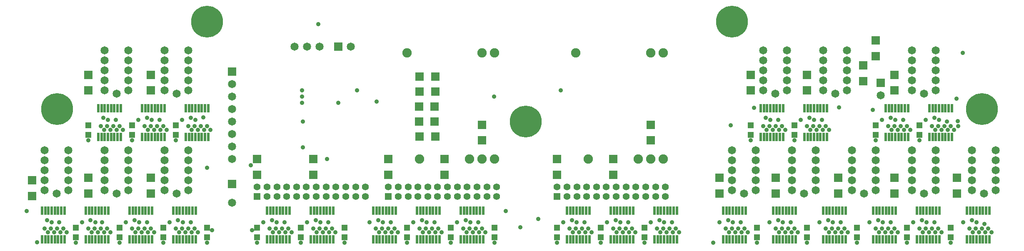
<source format=gbs>
G04*
G04  File:            NCORDA11.GBS, Tue Mar 30 20:23:34 2021*
G04  Source:          P-CAD 2002 PCB, Version 17.01.22, (C:\Users\David Forbes\Documents\Designs\Nixie\CorvairDash\NCORDA11.PCB)*
G04  Format:          Gerber Format (RS-274-D), ASCII*
G04*
G04  Format Options:  Absolute Positioning*
G04                   Leading-Zero Suppression*
G04                   Scale Factor 1:1*
G04                   NO Circular Interpolation*
G04                   Inch Units*
G04                   Numeric Format: 4.4 (XXXX.XXXX)*
G04                   G54 Used for Aperture Change*
G04                   Apertures Embedded*
G04*
G04  File Options:    Offset = (0.0mil,0.0mil)*
G04                   Drill Symbol Size = 80.0mil*
G04                   No Pad/Via Holes*
G04*
G04  File Contents:   Pads*
G04                   Vias*
G04                   No Designators*
G04                   No Types*
G04                   No Values*
G04                   No Drill Symbols*
G04                   Bot Mask*
G04*
%INNCORDA11.GBS*%
%ICAS*%
%MOIN*%
G04*
G04  Aperture MACROs for general use --- invoked via D-code assignment *
G04*
G04  General MACRO for flashed round with rotation and/or offset hole *
%AMROTOFFROUND*
1,1,$1,0.0000,0.0000*
1,0,$2,$3,$4*%
G04*
G04  General MACRO for flashed oval (obround) with rotation and/or offset hole *
%AMROTOFFOVAL*
21,1,$1,$2,0.0000,0.0000,$3*
1,1,$4,$5,$6*
1,1,$4,0-$5,0-$6*
1,0,$7,$8,$9*%
G04*
G04  General MACRO for flashed oval (obround) with rotation and no hole *
%AMROTOVALNOHOLE*
21,1,$1,$2,0.0000,0.0000,$3*
1,1,$4,$5,$6*
1,1,$4,0-$5,0-$6*%
G04*
G04  General MACRO for flashed rectangle with rotation and/or offset hole *
%AMROTOFFRECT*
21,1,$1,$2,0.0000,0.0000,$3*
1,0,$4,$5,$6*%
G04*
G04  General MACRO for flashed rectangle with rotation and no hole *
%AMROTRECTNOHOLE*
21,1,$1,$2,0.0000,0.0000,$3*%
G04*
G04  General MACRO for flashed rounded-rectangle *
%AMROUNDRECT*
21,1,$1,$2-$4,0.0000,0.0000,$3*
21,1,$1-$4,$2,0.0000,0.0000,$3*
1,1,$4,$5,$6*
1,1,$4,$7,$8*
1,1,$4,0-$5,0-$6*
1,1,$4,0-$7,0-$8*
1,0,$9,$10,$11*%
G04*
G04  General MACRO for flashed rounded-rectangle with rotation and no hole *
%AMROUNDRECTNOHOLE*
21,1,$1,$2-$4,0.0000,0.0000,$3*
21,1,$1-$4,$2,0.0000,0.0000,$3*
1,1,$4,$5,$6*
1,1,$4,$7,$8*
1,1,$4,0-$5,0-$6*
1,1,$4,0-$7,0-$8*%
G04*
G04  General MACRO for flashed regular polygon *
%AMREGPOLY*
5,1,$1,0.0000,0.0000,$2,$3+$4*
1,0,$5,$6,$7*%
G04*
G04  General MACRO for flashed regular polygon with no hole *
%AMREGPOLYNOHOLE*
5,1,$1,0.0000,0.0000,$2,$3+$4*%
G04*
G04  General MACRO for target *
%AMTARGET*
6,0,0,$1,$2,$3,4,$4,$5,$6*%
G04*
G04  General MACRO for mounting hole *
%AMMTHOLE*
1,1,$1,0,0*
1,0,$2,0,0*
$1=$1-$2*
$1=$1/2*
21,1,$2+$1,$3,0,0,$4*
21,1,$3,$2+$1,0,0,$4*%
G04*
G04*
G04  D10 : "Ellipse X10.0mil Y10.0mil H0.0mil 0.0deg (0.0mil,0.0mil) Draw"*
G04  Disc: OuterDia=0.0100*
%ADD10C, 0.0100*%
G04  D11 : "Ellipse X15.0mil Y15.0mil H0.0mil 0.0deg (0.0mil,0.0mil) Draw"*
G04  Disc: OuterDia=0.0150*
%ADD11C, 0.0150*%
G04  D12 : "Ellipse X20.0mil Y20.0mil H0.0mil 0.0deg (0.0mil,0.0mil) Draw"*
G04  Disc: OuterDia=0.0200*
%ADD12C, 0.0200*%
G04  D13 : "Ellipse X50.0mil Y50.0mil H0.0mil 0.0deg (0.0mil,0.0mil) Draw"*
G04  Disc: OuterDia=0.0500*
%ADD13C, 0.0500*%
G04  D14 : "Ellipse X6.0mil Y6.0mil H0.0mil 0.0deg (0.0mil,0.0mil) Draw"*
G04  Disc: OuterDia=0.0060*
%ADD14C, 0.0060*%
G04  D15 : "Ellipse X8.0mil Y8.0mil H0.0mil 0.0deg (0.0mil,0.0mil) Draw"*
G04  Disc: OuterDia=0.0080*
%ADD15C, 0.0080*%
G04  D16 : "Ellipse X250.0mil Y250.0mil H0.0mil 0.0deg (0.0mil,0.0mil) Flash"*
G04  Disc: OuterDia=0.2500*
%ADD16C, 0.2500*%
G04  D17 : "Ellipse X255.0mil Y255.0mil H0.0mil 0.0deg (0.0mil,0.0mil) Flash"*
G04  Disc: OuterDia=0.2550*
%ADD17C, 0.2550*%
G04  D18 : "Ellipse X50.0mil Y50.0mil H0.0mil 0.0deg (0.0mil,0.0mil) Flash"*
G04  Disc: OuterDia=0.0500*
%ADD18C, 0.0500*%
G04  D19 : "Ellipse X55.0mil Y55.0mil H0.0mil 0.0deg (0.0mil,0.0mil) Flash"*
G04  Disc: OuterDia=0.0550*
%ADD19C, 0.0550*%
G04  D20 : "Ellipse X60.0mil Y60.0mil H0.0mil 0.0deg (0.0mil,0.0mil) Flash"*
G04  Disc: OuterDia=0.0600*
%ADD20C, 0.0600*%
G04  D21 : "Ellipse X65.0mil Y65.0mil H0.0mil 0.0deg (0.0mil,0.0mil) Flash"*
G04  Disc: OuterDia=0.0650*
%ADD21C, 0.0650*%
G04  D22 : "Ellipse X70.0mil Y70.0mil H0.0mil 0.0deg (0.0mil,0.0mil) Flash"*
G04  Disc: OuterDia=0.0700*
%ADD22C, 0.0700*%
G04  D23 : "Ellipse X75.0mil Y75.0mil H0.0mil 0.0deg (0.0mil,0.0mil) Flash"*
G04  Disc: OuterDia=0.0750*
%ADD23C, 0.0750*%
G04  D24 : "Rectangle X0.1mil Y0.1mil H0.0mil 0.0deg (0.0mil,0.0mil) Flash"*
G04  Square: Side=0.0001, Rotation=0.0, OffsetX=0.0000, OffsetY=0.0000, HoleDia=0.0000*
%ADD24R, 0.0001 X0.0001*%
G04  D25 : "Rectangle X40.0mil Y40.0mil H0.0mil 0.0deg (0.0mil,0.0mil) Flash"*
G04  Square: Side=0.0400, Rotation=0.0, OffsetX=0.0000, OffsetY=0.0000, HoleDia=0.0000*
%ADD25R, 0.0400 X0.0400*%
G04  D26 : "Rectangle X45.0mil Y45.0mil H0.0mil 0.0deg (0.0mil,0.0mil) Flash"*
G04  Square: Side=0.0450, Rotation=0.0, OffsetX=0.0000, OffsetY=0.0000, HoleDia=0.0000*
%ADD26R, 0.0450 X0.0450*%
G04  D27 : "Rectangle X5.1mil Y5.1mil H0.0mil 0.0deg (0.0mil,0.0mil) Flash"*
G04  Square: Side=0.0051, Rotation=0.0, OffsetX=0.0000, OffsetY=0.0000, HoleDia=0.0000*
%ADD27R, 0.0051 X0.0051*%
G04  D28 : "Rectangle X50.0mil Y50.0mil H0.0mil 0.0deg (0.0mil,0.0mil) Flash"*
G04  Square: Side=0.0500, Rotation=0.0, OffsetX=0.0000, OffsetY=0.0000, HoleDia=0.0000*
%ADD28R, 0.0500 X0.0500*%
G04  D29 : "Rectangle X55.0mil Y55.0mil H0.0mil 0.0deg (0.0mil,0.0mil) Flash"*
G04  Square: Side=0.0550, Rotation=0.0, OffsetX=0.0000, OffsetY=0.0000, HoleDia=0.0000*
%ADD29R, 0.0550 X0.0550*%
G04  D30 : "Rectangle X60.0mil Y60.0mil H0.0mil 0.0deg (0.0mil,0.0mil) Flash"*
G04  Square: Side=0.0600, Rotation=0.0, OffsetX=0.0000, OffsetY=0.0000, HoleDia=0.0000*
%ADD30R, 0.0600 X0.0600*%
G04  D31 : "Rectangle X64.0mil Y64.0mil H0.0mil 0.0deg (0.0mil,0.0mil) Flash"*
G04  Square: Side=0.0640, Rotation=0.0, OffsetX=0.0000, OffsetY=0.0000, HoleDia=0.0000*
%ADD31R, 0.0640 X0.0640*%
G04  D32 : "Rectangle X65.0mil Y65.0mil H0.0mil 0.0deg (0.0mil,0.0mil) Flash"*
G04  Square: Side=0.0650, Rotation=0.0, OffsetX=0.0000, OffsetY=0.0000, HoleDia=0.0000*
%ADD32R, 0.0650 X0.0650*%
G04  D33 : "Rectangle X14.0mil Y66.0mil H0.0mil 0.0deg (0.0mil,0.0mil) Flash"*
G04  Rectangular: DimX=0.0140, DimY=0.0660, Rotation=0.0, OffsetX=0.0000, OffsetY=0.0000, HoleDia=0.0000 *
%ADD33R, 0.0140 X0.0660*%
G04  D34 : "Rectangle X69.0mil Y69.0mil H0.0mil 0.0deg (0.0mil,0.0mil) Flash"*
G04  Square: Side=0.0690, Rotation=0.0, OffsetX=0.0000, OffsetY=0.0000, HoleDia=0.0000*
%ADD34R, 0.0690 X0.0690*%
G04  D35 : "Rectangle X19.0mil Y71.0mil H0.0mil 0.0deg (0.0mil,0.0mil) Flash"*
G04  Rectangular: DimX=0.0190, DimY=0.0710, Rotation=0.0, OffsetX=0.0000, OffsetY=0.0000, HoleDia=0.0000 *
%ADD35R, 0.0190 X0.0710*%
G04  D36 : "Rectangle X80.0mil Y26.0mil H0.0mil 0.0deg (0.0mil,0.0mil) Flash"*
G04  Rectangular: DimX=0.0800, DimY=0.0260, Rotation=0.0, OffsetX=0.0000, OffsetY=0.0000, HoleDia=0.0000 *
%ADD36R, 0.0800 X0.0260*%
G04  D37 : "Rectangle X85.0mil Y31.0mil H0.0mil 0.0deg (0.0mil,0.0mil) Flash"*
G04  Rectangular: DimX=0.0850, DimY=0.0310, Rotation=0.0, OffsetX=0.0000, OffsetY=0.0000, HoleDia=0.0000 *
%ADD37R, 0.0850 X0.0310*%
G04  D38 : "Ellipse X30.0mil Y30.0mil H0.0mil 0.0deg (0.0mil,0.0mil) Flash"*
G04  Disc: OuterDia=0.0300*
%ADD38C, 0.0300*%
G04  D39 : "Ellipse X35.0mil Y35.0mil H0.0mil 0.0deg (0.0mil,0.0mil) Flash"*
G04  Disc: OuterDia=0.0350*
%ADD39C, 0.0350*%
G04*
%FSLAX44Y44*%
%SFA1B1*%
%OFA0.0000B0.0000*%
G04*
G70*
G90*
G01*
D2*
%LNBot Mask*%
G54D39*
X17000Y43450D3*
X16750Y43150D3*
X16500Y43450D3*
X16250Y43150D3*
X16000Y43450D3*
X15750Y43150D3*
X15500Y43450D3*
X16650Y43950D3*
X15700Y44100D3*
X16050Y43950D3*
X17250Y43150D3*
X20750D3*
X20500Y43450D3*
X20250Y43150D3*
X20000Y43450D3*
X19750Y43150D3*
X19500Y43450D3*
X19250Y43150D3*
X19000Y43450D3*
X18500Y43950D3*
X19150Y44100D3*
X19550Y43950D3*
X20100D3*
X19000Y50500D3*
X20750Y51350D3*
X20500Y51650D3*
X20250Y51350D3*
X20000Y51650D3*
X20200Y52300D3*
X20550Y52150D3*
X23750Y43150D3*
X23500Y43450D3*
X23250Y43150D3*
X23000Y43450D3*
X22750Y43150D3*
X22500Y43450D3*
X21500Y42300D3*
X22700Y44100D3*
X23050Y43950D3*
X22000D3*
X23700D3*
G54D26*
X21500Y43500D3*
Y42750D3*
G54D39*
X22500Y50500D3*
X21250Y51350D3*
X21750D3*
X23750D3*
X23500Y51650D3*
X21500D3*
X23700Y52300D3*
X21200Y52150D3*
X23000D3*
X24250Y43150D3*
X26750D3*
X26500Y43450D3*
X26250Y43150D3*
X26000Y43450D3*
X25000Y42300D3*
X26150Y44100D3*
X26550Y43950D3*
X25500D3*
G54D26*
X25000Y43500D3*
Y42750D3*
G54D39*
X26000Y50500D3*
X25000Y51650D3*
X24750Y51350D3*
X24500Y51650D3*
X24250Y51350D3*
X25250D3*
X26500Y52150D3*
X24700D3*
X28900Y43300D3*
X27750Y43150D3*
X27500Y43450D3*
X27250Y43150D3*
X28500Y42300D3*
X27200Y43950D3*
G54D26*
X28500Y43500D3*
Y42750D3*
G54D39*
Y48300D3*
Y51650D3*
X28250Y51350D3*
X28000Y51650D3*
X27750Y51350D3*
X27500Y51650D3*
X27250Y51350D3*
X28750D3*
X27200Y52300D3*
X27550Y52150D3*
X28200Y52350D3*
X32100Y43300D3*
X32500Y42300D3*
X32000Y48500D3*
X35250Y43150D3*
X35000Y43450D3*
X34750Y43150D3*
X34500Y43450D3*
X34250Y43150D3*
X34000Y43450D3*
X33750Y43150D3*
X33500Y43450D3*
X33700Y44100D3*
X34050Y43950D3*
X34700D3*
X38750Y43150D3*
X38500Y43450D3*
X38250Y43150D3*
X38000Y43450D3*
X37750Y43150D3*
X37500Y43450D3*
X37250Y43150D3*
X37000Y43450D3*
X38200Y43950D3*
X37200Y44100D3*
X37550Y43950D3*
X36500D3*
X38100Y49000D3*
X37400Y59800D3*
X39500Y42300D3*
X41500Y43950D3*
X40500Y54500D3*
X43750Y43150D3*
X43500Y43450D3*
X43250Y43150D3*
X43000Y43450D3*
X42750Y43150D3*
X42500Y43450D3*
X42250Y43150D3*
X44500Y42300D3*
X42200Y44100D3*
X42550Y43950D3*
X43200D3*
X47250Y43150D3*
X47000Y43450D3*
X46750Y43150D3*
X46500Y43450D3*
X46250Y43150D3*
X46000Y43450D3*
X45750Y43150D3*
X45500Y43450D3*
X46700Y43950D3*
X45700Y44100D3*
X46050Y43950D3*
X50750Y43150D3*
X50500Y43450D3*
X50250Y43150D3*
X50000Y43450D3*
X49750Y43150D3*
X49500Y43450D3*
X49250Y43150D3*
X49000Y43450D3*
X50200Y43950D3*
X48500D3*
X49200Y44100D3*
X49550Y43950D3*
X53550Y43550D3*
X51500Y42300D3*
X56500D3*
X55000Y44200D3*
X56800Y54500D3*
X59250Y43150D3*
X59000Y43450D3*
X58750Y43150D3*
X58500Y43450D3*
X58250Y43150D3*
X58000Y43450D3*
X57750Y43150D3*
X58700Y43950D3*
X57700Y44100D3*
X58050Y43950D3*
X57500Y43450D3*
X62750Y43150D3*
X62500Y43450D3*
X62250Y43150D3*
X62000Y43450D3*
X61750Y43150D3*
X61500Y43450D3*
X61250Y43150D3*
X61000Y43450D3*
X61200Y44100D3*
X61550Y43950D3*
X62200D3*
X60500D3*
X65750Y43150D3*
X65500Y43450D3*
X65250Y43150D3*
X65000Y43450D3*
X64750Y43150D3*
X64500Y43450D3*
X65700Y43950D3*
X64700Y44100D3*
X65050Y43950D3*
X64000D3*
X63500Y42300D3*
X66250Y43150D3*
X69500Y43950D3*
X71200D3*
X70200Y44100D3*
X70550Y43950D3*
X71750Y43150D3*
X71500Y43450D3*
X71250Y43150D3*
X71000Y43450D3*
X70750Y43150D3*
X70500Y43450D3*
X70250Y43150D3*
X70000Y43450D3*
X70400Y51700D3*
X72500Y42300D3*
X73500Y43950D3*
X74200Y44100D3*
X74550Y43950D3*
X74750Y43150D3*
X74500Y43450D3*
X74250Y43150D3*
X74000Y43450D3*
X74200Y52150D3*
X74750Y51350D3*
X74500Y51650D3*
X74250Y51350D3*
X74000Y51650D3*
X73750Y51350D3*
X73500Y51650D3*
X73250Y51350D3*
X73000Y51650D3*
X73200Y52300D3*
X73550Y52150D3*
X72250Y53100D3*
X76500Y42300D3*
X77500Y43950D3*
X75200D3*
X75750Y43150D3*
X75500Y43450D3*
X75250Y43150D3*
G54D26*
X76500Y43500D3*
Y42750D3*
G54D39*
X75500Y50500D3*
X76000Y52150D3*
X77700D3*
X77750Y51350D3*
X77500Y51650D3*
X77250Y51350D3*
X77000Y51650D3*
X76750Y51350D3*
X76500Y51650D3*
X76700Y52300D3*
X77050Y52150D3*
X80500Y42300D3*
X79200Y43950D3*
X78200Y44100D3*
X78550Y43950D3*
X79750Y43150D3*
X79500Y43450D3*
X79250Y43150D3*
X79000Y43450D3*
X78750Y43150D3*
X78500Y43450D3*
X78250Y43150D3*
Y51350D3*
X79050Y53150D3*
X81500Y43950D3*
X82200Y44100D3*
X82550Y43950D3*
X83200D3*
X83750Y43150D3*
X83500Y43450D3*
X83250Y43150D3*
X83000Y43450D3*
X82750Y43150D3*
X82500Y43450D3*
X82250Y43150D3*
X82000Y43450D3*
Y50500D3*
X82500Y52150D3*
X83750Y51350D3*
X83500Y51650D3*
X83200Y52300D3*
X83550Y52150D3*
X83250Y51350D3*
X83000Y51650D3*
X81750Y52950D3*
X84500Y42300D3*
X86700Y43950D3*
X85700Y44100D3*
X86050Y43950D3*
X85000D3*
X86750Y43150D3*
X86500Y43450D3*
X86250Y43150D3*
X86000Y43450D3*
X85750Y43150D3*
X85500Y43450D3*
Y50500D3*
X84500Y51650D3*
X84250Y51350D3*
X86700Y52300D3*
X84750Y51350D3*
X86750D3*
X86500Y51650D3*
X84200Y52150D3*
X86000D3*
X88000Y42300D3*
X89000Y43950D3*
X89700Y44100D3*
X89750Y43150D3*
X89500Y43450D3*
X87250Y43150D3*
G54D26*
X88000Y43500D3*
Y42750D3*
G54D39*
X87700Y52000D3*
X88250Y51350D3*
X88000Y51650D3*
X87750Y51350D3*
X87500Y51650D3*
X87250Y51350D3*
X88550Y52050D3*
X88600Y51650D3*
X88950Y57500D3*
X90700Y43800D3*
X90750Y43150D3*
X90500Y43450D3*
X90250Y43150D3*
X91000Y43450D3*
X91250Y43150D3*
X14050Y44850D3*
G54D17*
X16500Y53000D3*
G54D34*
X19000Y47500D3*
Y46250D3*
G54D26*
Y51700D3*
Y50950D3*
G54D34*
Y54500D3*
Y55750D3*
G54D26*
X22500Y51700D3*
Y50950D3*
X26000Y51700D3*
Y50950D3*
G54D17*
X28500Y60000D3*
G54D39*
X52400Y44850D3*
X51450Y54000D3*
G54D34*
X64000Y50500D3*
Y51750D3*
G54D17*
X70500Y60000D3*
G54D34*
X74000Y47500D3*
Y46250D3*
X76500Y54500D3*
Y55750D3*
G54D26*
X75500Y51700D3*
Y50950D3*
G54D34*
X79000Y47500D3*
Y46250D3*
G54D21*
X82400Y54100D3*
G54D32*
Y55100D3*
G54D34*
X82000Y58500D3*
Y57250D3*
G54D26*
Y51700D3*
Y50950D3*
X85500Y51700D3*
Y50950D3*
G54D34*
X88500Y47500D3*
Y46250D3*
G54D39*
X88450Y53850D3*
G54D34*
X37000Y49000D3*
Y47750D3*
X43000Y49000D3*
Y47750D3*
X61000Y49000D3*
Y47750D3*
G54D39*
X24000Y43450D3*
X14900Y42350D3*
X18000Y42300D3*
G54D26*
Y43500D3*
Y42750D3*
G54D39*
X21000Y51650D3*
X24000D3*
X24050Y52150D3*
X27000Y43450D3*
X36000Y42300D3*
X33000Y43950D3*
G54D26*
X32500Y43500D3*
Y42750D3*
X36000Y43500D3*
Y42750D3*
G54D39*
X36150Y49950D3*
X27000Y51650D3*
X36100Y53500D3*
X36150Y52000D3*
X36100Y54500D3*
X42000Y43450D3*
X48000Y42300D3*
X45000Y43950D3*
G54D26*
X39500Y43500D3*
Y42750D3*
X44500Y43500D3*
Y42750D3*
X48000Y43500D3*
Y42750D3*
G54D34*
X46700Y52000D3*
X45450D3*
Y53200D3*
X46700D3*
G54D39*
X39000Y53500D3*
X42050Y53600D3*
G54D34*
X45500Y55600D3*
X46750D3*
G54D26*
X51500Y43500D3*
Y42750D3*
G54D39*
X57000Y43950D3*
G54D26*
X56500Y43500D3*
Y42750D3*
G54D39*
X60000Y42300D3*
G54D26*
Y43500D3*
Y42750D3*
G54D39*
X69000Y42300D3*
X66000Y43450D3*
G54D26*
X63500Y43500D3*
Y42750D3*
X72500Y43500D3*
Y42750D3*
G54D39*
X72000Y50500D3*
X75000Y43450D3*
X78000D3*
G54D26*
X80500Y43500D3*
Y42750D3*
X84500Y43500D3*
Y42750D3*
G54D39*
X78000Y51650D3*
X84000D3*
X90050Y43950D3*
X90000Y43450D3*
X87000D3*
X87050Y52150D3*
X87000Y51650D3*
G54D35*
X15804Y42580D3*
X15548D3*
X15292D3*
X17084D3*
X16828D3*
X16572D3*
X16316D3*
X15292Y44884D3*
X15548D3*
X15804D3*
X16316D3*
X16572D3*
X16828D3*
X17084D3*
X16060Y42580D3*
Y44884D3*
G54D34*
X14500Y47300D3*
Y46050D3*
G54D35*
X19304Y42580D3*
X19048D3*
X18792D3*
X20584D3*
X20328D3*
X20072D3*
X19816D3*
X18792Y44884D3*
X19048D3*
X19304D3*
X19816D3*
X20072D3*
X20328D3*
X20584D3*
X19560Y42580D3*
Y44884D3*
G54D34*
X24000Y47500D3*
Y46250D3*
Y54500D3*
Y55750D3*
G54D21*
X20300Y55300D3*
Y54500D3*
Y56100D3*
Y57700D3*
Y56900D3*
X22200Y54500D3*
Y55300D3*
Y56100D3*
Y57700D3*
Y56900D3*
X21250Y54250D3*
G54D35*
X20304Y50780D3*
X20048D3*
X19792D3*
X21584D3*
X21328D3*
X21072D3*
X20816D3*
X19792Y53084D3*
X20048D3*
X20304D3*
X20816D3*
X21072D3*
X21328D3*
X21584D3*
X20560Y50780D3*
Y53084D3*
X26304Y42580D3*
X26048D3*
X25792D3*
X27584D3*
X27328D3*
X27072D3*
X26816D3*
X25792Y44884D3*
X26048D3*
X26304D3*
X26816D3*
X27072D3*
X27328D3*
X27584D3*
X26560Y42580D3*
Y44884D3*
X33804Y42580D3*
X33548D3*
X33292D3*
X35084D3*
X34828D3*
X34572D3*
X34316D3*
X33292Y44884D3*
X33548D3*
X33804D3*
X34316D3*
X34572D3*
X34828D3*
X35084D3*
X34060Y42580D3*
Y44884D3*
G54D21*
X30500Y45500D3*
G54D32*
Y47000D3*
G54D39*
X36100Y54000D3*
G54D35*
X27304Y50780D3*
X27048D3*
X26792D3*
X28584D3*
X28328D3*
X28072D3*
X27816D3*
X26792Y53084D3*
X27048D3*
X27304D3*
X27816D3*
X28072D3*
X28328D3*
X28584D3*
X27560Y50780D3*
Y53084D3*
X45804Y42580D3*
X45548D3*
X45292D3*
X47084D3*
X46828D3*
X46572D3*
X46316D3*
X45292Y44884D3*
X45548D3*
X45804D3*
X46316D3*
X46572D3*
X46828D3*
X47084D3*
X46060Y42580D3*
Y44884D3*
X42304Y42580D3*
X42048D3*
X41792D3*
X43584D3*
X43328D3*
X43072D3*
X42816D3*
X41792Y44884D3*
X42048D3*
X42304D3*
X42816D3*
X43072D3*
X43328D3*
X43584D3*
X42560Y42580D3*
Y44884D3*
G54D34*
X45500Y50800D3*
X46750D3*
X45500Y54400D3*
X46750D3*
G54D32*
X39000Y58000D3*
G54D21*
X40000D3*
G54D35*
X57804Y42580D3*
X57548D3*
X57292D3*
X59084D3*
X58828D3*
X58572D3*
X58316D3*
X57292Y44884D3*
X57548D3*
X57804D3*
X58316D3*
X58572D3*
X58828D3*
X59084D3*
X58060Y42580D3*
Y44884D3*
G54D17*
X54000Y52000D3*
G54D34*
X50500Y50500D3*
Y51750D3*
G54D35*
X64804Y42580D3*
X64548D3*
X64292D3*
X66084D3*
X65828D3*
X65572D3*
X65316D3*
X64292Y44884D3*
X64548D3*
X64804D3*
X65316D3*
X65572D3*
X65828D3*
X66084D3*
X65060Y42580D3*
Y44884D3*
G54D34*
X69500Y47500D3*
Y46250D3*
G54D35*
X70304Y42580D3*
X70048D3*
X69792D3*
X71584D3*
X71328D3*
X71072D3*
X70816D3*
X69792Y44884D3*
X70048D3*
X70304D3*
X70816D3*
X71072D3*
X71328D3*
X71584D3*
X70560Y42580D3*
Y44884D3*
G54D34*
X72000Y54500D3*
Y55750D3*
G54D26*
Y51700D3*
Y50950D3*
G54D35*
X74304Y42580D3*
X74048D3*
X73792D3*
X75584D3*
X75328D3*
X75072D3*
X74816D3*
X73792Y44884D3*
X74048D3*
X74304D3*
X74816D3*
X75072D3*
X75328D3*
X75584D3*
X74560Y42580D3*
Y44884D3*
G54D34*
X83500Y47500D3*
Y46250D3*
G54D35*
X78304Y42580D3*
X78048D3*
X77792D3*
X79584D3*
X79328D3*
X79072D3*
X78816D3*
X77792Y44884D3*
X78048D3*
X78304D3*
X78816D3*
X79072D3*
X79328D3*
X79584D3*
X78560Y42580D3*
Y44884D3*
X82304Y42580D3*
X82048D3*
X81792D3*
X83584D3*
X83328D3*
X83072D3*
X82816D3*
X81792Y44884D3*
X82048D3*
X82304D3*
X82816D3*
X83072D3*
X83328D3*
X83584D3*
X82560Y42580D3*
Y44884D3*
G54D34*
X81000Y56500D3*
Y55250D3*
G54D21*
X77800Y55300D3*
Y54500D3*
Y56100D3*
Y57700D3*
Y56900D3*
X79700Y54500D3*
Y55300D3*
Y56100D3*
Y57700D3*
Y56900D3*
X78750Y54250D3*
G54D34*
X83500Y54500D3*
Y55750D3*
G54D35*
X76804Y50780D3*
X76548D3*
X76292D3*
X78084D3*
X77828D3*
X77572D3*
X77316D3*
X76292Y53084D3*
X76548D3*
X76804D3*
X77316D3*
X77572D3*
X77828D3*
X78084D3*
X77060Y50780D3*
Y53084D3*
X89804Y42580D3*
X89548D3*
X89292D3*
X91084D3*
X90828D3*
X90572D3*
X90316D3*
X89292Y44884D3*
X89548D3*
X89804D3*
X90316D3*
X90572D3*
X90828D3*
X91084D3*
X90060Y42580D3*
Y44884D3*
G54D17*
X90500Y53000D3*
G54D35*
X86804Y50780D3*
X86548D3*
X86292D3*
X88084D3*
X87828D3*
X87572D3*
X87316D3*
X86292Y53084D3*
X86548D3*
X86804D3*
X87316D3*
X87572D3*
X87828D3*
X88084D3*
X87060Y50780D3*
Y53084D3*
G54D21*
X20300Y47300D3*
Y46500D3*
Y48100D3*
Y49700D3*
Y48900D3*
X22200Y46500D3*
Y47300D3*
Y48100D3*
Y49700D3*
Y48900D3*
X21250Y46250D3*
X15500Y47300D3*
Y46500D3*
Y48100D3*
Y49700D3*
Y48900D3*
X17400Y46500D3*
Y47300D3*
Y48100D3*
Y49700D3*
Y48900D3*
X16450Y46250D3*
G54D34*
X32500Y49000D3*
Y47750D3*
X47500Y49000D3*
Y47750D3*
X56500Y49000D3*
Y47750D3*
G54D21*
X75300Y47300D3*
Y46500D3*
Y48100D3*
Y49700D3*
Y48900D3*
X77200Y46500D3*
Y47300D3*
Y48100D3*
Y49700D3*
Y48900D3*
X76250Y46250D3*
X80100Y47300D3*
Y46500D3*
Y48100D3*
Y49700D3*
Y48900D3*
X82000Y46500D3*
Y47300D3*
Y48100D3*
Y49700D3*
Y48900D3*
X81050Y46250D3*
X89700Y47300D3*
Y46500D3*
Y48100D3*
Y49700D3*
Y48900D3*
X91600Y46500D3*
Y47300D3*
Y48100D3*
Y49700D3*
Y48900D3*
X90650Y46250D3*
G54D32*
X30500Y56000D3*
G54D21*
Y52000D3*
Y53000D3*
Y54000D3*
Y55000D3*
Y49000D3*
Y50000D3*
Y51000D3*
X36500Y58000D3*
X37500D3*
X35500D3*
G54D35*
X22804Y42580D3*
X22548D3*
X22292D3*
X24084D3*
X23828D3*
X23572D3*
X23316D3*
X22292Y44884D3*
X22548D3*
X22804D3*
X23316D3*
X23572D3*
X23828D3*
X24084D3*
X23060Y42580D3*
Y44884D3*
G54D19*
X41161Y46000D3*
X40374D3*
X37224D3*
X38011D3*
X38799D3*
X34862D3*
X35649D3*
X36437D3*
G54D29*
X32500D3*
G54D19*
X33287D3*
X40374Y46787D3*
X41161D3*
X37224D3*
X38799D3*
X38011D3*
X34862D3*
X35649D3*
X36437D3*
X32500D3*
X33287D3*
X39586Y46000D3*
X34074D3*
X39586Y46787D3*
X34074D3*
X51661Y46000D3*
X50874D3*
X47724D3*
X48511D3*
X49299D3*
X45362D3*
X46149D3*
X46937D3*
G54D29*
X43000D3*
G54D19*
X43787D3*
X50874Y46787D3*
X51661D3*
X47724D3*
X49299D3*
X48511D3*
X45362D3*
X46149D3*
X46937D3*
X43000D3*
X43787D3*
X50086Y46000D3*
X44574D3*
X50086Y46787D3*
X44574D3*
G54D35*
X37304Y42580D3*
X37048D3*
X36792D3*
X38584D3*
X38328D3*
X38072D3*
X37816D3*
X36792Y44884D3*
X37048D3*
X37304D3*
X37816D3*
X38072D3*
X38328D3*
X38584D3*
X37560Y42580D3*
Y44884D3*
X49304Y42580D3*
X49048D3*
X48792D3*
X50584D3*
X50328D3*
X50072D3*
X49816D3*
X48792Y44884D3*
X49048D3*
X49304D3*
X49816D3*
X50072D3*
X50328D3*
X50584D3*
X49560Y42580D3*
Y44884D3*
X23804Y50780D3*
X23548D3*
X23292D3*
X25084D3*
X24828D3*
X24572D3*
X24316D3*
X23292Y53084D3*
X23548D3*
X23804D3*
X24316D3*
X24572D3*
X24828D3*
X25084D3*
X24060Y50780D3*
Y53084D3*
G54D21*
X25100Y55300D3*
Y54500D3*
Y56100D3*
Y57700D3*
Y56900D3*
X27000Y54500D3*
Y55300D3*
Y56100D3*
Y57700D3*
Y56900D3*
X26050Y54250D3*
G54D19*
X65161Y46000D3*
X64374D3*
X61224D3*
X62011D3*
X62799D3*
X58862D3*
X59649D3*
X60437D3*
G54D29*
X56500D3*
G54D19*
X57287D3*
X64374Y46787D3*
X65161D3*
X61224D3*
X62799D3*
X62011D3*
X58862D3*
X59649D3*
X60437D3*
X56500D3*
X57287D3*
X63586Y46000D3*
X58074D3*
X63586Y46787D3*
X58074D3*
G54D35*
X61304Y42580D3*
X61048D3*
X60792D3*
X62584D3*
X62328D3*
X62072D3*
X61816D3*
X60792Y44884D3*
X61048D3*
X61304D3*
X61816D3*
X62072D3*
X62328D3*
X62584D3*
X61560Y42580D3*
Y44884D3*
X85804Y42580D3*
X85548D3*
X85292D3*
X87084D3*
X86828D3*
X86572D3*
X86316D3*
X85292Y44884D3*
X85548D3*
X85804D3*
X86316D3*
X86572D3*
X86828D3*
X87084D3*
X86060Y42580D3*
Y44884D3*
G54D21*
X73000Y55300D3*
Y54500D3*
Y56100D3*
Y57700D3*
Y56900D3*
X74900Y54500D3*
Y55300D3*
Y56100D3*
Y57700D3*
Y56900D3*
X73950Y54250D3*
X84900Y55300D3*
Y54500D3*
Y56100D3*
Y57700D3*
Y56900D3*
X86800Y54500D3*
Y55300D3*
Y56100D3*
Y57700D3*
Y56900D3*
X85850Y54250D3*
G54D35*
X83304Y50780D3*
X83048D3*
X82792D3*
X84584D3*
X84328D3*
X84072D3*
X83816D3*
X82792Y53084D3*
X83048D3*
X83304D3*
X83816D3*
X84072D3*
X84328D3*
X84584D3*
X83560Y50780D3*
Y53084D3*
X73304Y50780D3*
X73048D3*
X72792D3*
X74584D3*
X74328D3*
X74072D3*
X73816D3*
X72792Y53084D3*
X73048D3*
X73304D3*
X73816D3*
X74072D3*
X74328D3*
X74584D3*
X73560Y50780D3*
Y53084D3*
G54D21*
X25100Y47300D3*
Y46500D3*
Y48100D3*
Y49700D3*
Y48900D3*
X27000Y46500D3*
Y47300D3*
Y48100D3*
Y49700D3*
Y48900D3*
X26050Y46250D3*
X84900Y47300D3*
Y46500D3*
Y48100D3*
Y49700D3*
Y48900D3*
X86800Y46500D3*
Y47300D3*
Y48100D3*
Y49700D3*
Y48900D3*
X85850Y46250D3*
X70500Y47300D3*
Y46500D3*
Y48100D3*
Y49700D3*
Y48900D3*
X72400Y46500D3*
Y47300D3*
Y48100D3*
Y49700D3*
Y48900D3*
X71450Y46250D3*
G54D23*
X51500Y57500D3*
Y49000D3*
X49500D3*
X45500D3*
X44500Y57500D3*
X50500D3*
Y49000D3*
X65000Y57500D3*
Y49000D3*
X63000D3*
X59000D3*
X58000Y57500D3*
X64000D3*
Y49000D3*
D02M02*

</source>
